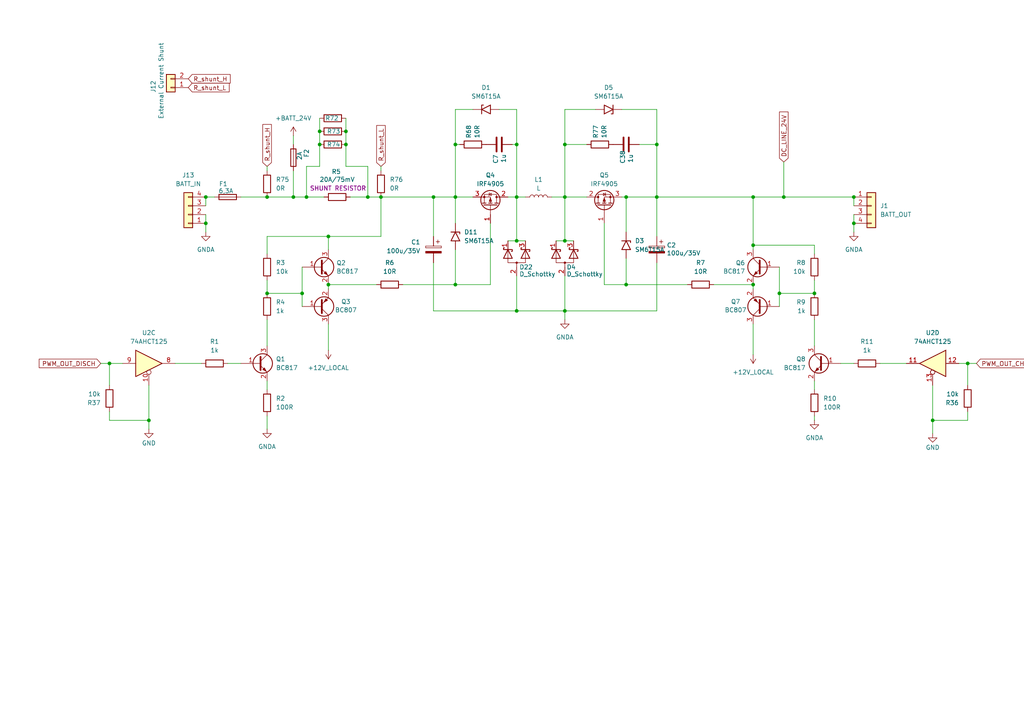
<source format=kicad_sch>
(kicad_sch (version 20231120) (generator "eeschema") (generator_version "8.0")
  (paper "A4")
  (lib_symbols
    (symbol "74xx:74AHCT125" (pin_names (offset 1.016))
      (property "Reference" "U" (at 0 1.27 0))
      (property "Value" "74AHCT125" (at 0 -1.27 0))
      (symbol "74AHCT125_1_0"
        (polyline (pts (xy -3.81 3.81) (xy -3.81 -3.81) (xy 3.81 0) (xy -3.81 3.81)) (stroke (width 0.254)) (fill (type background)))
        (pin input inverted (at 0 -6.35 90) (length 4.445) (name "~") (number "1"))
        (pin input line (at -7.62 0 0) (length 3.81) (name "~") (number "2"))
        (pin tri_state line (at 7.62 0 180) (length 3.81) (name "~") (number "3"))
      )
      (symbol "74AHCT125_2_0"
        (polyline (pts (xy -3.81 3.81) (xy -3.81 -3.81) (xy 3.81 0) (xy -3.81 3.81)) (stroke (width 0.254)) (fill (type background)))
        (pin input inverted (at 0 -6.35 90) (length 4.445) (name "~") (number "4"))
        (pin input line (at -7.62 0 0) (length 3.81) (name "~") (number "5"))
        (pin tri_state line (at 7.62 0 180) (length 3.81) (name "~") (number "6"))
      )
      (symbol "74AHCT125_3_0"
        (polyline (pts (xy -3.81 3.81) (xy -3.81 -3.81) (xy 3.81 0) (xy -3.81 3.81)) (stroke (width 0.254)) (fill (type background)))
        (pin input inverted (at 0 -6.35 90) (length 4.445) (name "~") (number "10"))
        (pin tri_state line (at 7.62 0 180) (length 3.81) (name "~") (number "8"))
        (pin input line (at -7.62 0 0) (length 3.81) (name "~") (number "9"))
      )
      (symbol "74AHCT125_4_0"
        (polyline (pts (xy -3.81 3.81) (xy -3.81 -3.81) (xy 3.81 0) (xy -3.81 3.81)) (stroke (width 0.254)) (fill (type background)))
        (pin tri_state line (at 7.62 0 180) (length 3.81) (name "~") (number "11"))
        (pin input line (at -7.62 0 0) (length 3.81) (name "~") (number "12"))
        (pin input inverted (at 0 -6.35 90) (length 4.445) (name "~") (number "13"))
      )
      (symbol "74AHCT125_5_0"
        (pin power_in line (at 0 12.7 270) (length 5.08) (name "VCC") (number "14"))
        (pin power_in line (at 0 -12.7 90) (length 5.08) (name "GND") (number "7"))
      )
      (symbol "74AHCT125_5_1"
        (rectangle (start -5.08 7.62) (end 5.08 -7.62) (stroke (width 0.254)) (fill (type background)))
      )
    )
    (symbol "Connector_Generic:Conn_01x02" (pin_names (offset 1.016) hide)
      (property "Reference" "J" (at 0 2.54 0))
      (property "Value" "Conn_01x02" (at 0 -5.08 0))
      (symbol "Conn_01x02_1_1"
        (rectangle (start -1.27 -2.413) (end 0 -2.667) (stroke (width 0.1524)))
        (rectangle (start -1.27 0.127) (end 0 -0.127) (stroke (width 0.1524)))
        (rectangle (start -1.27 1.27) (end 1.27 -3.81) (stroke (width 0.254)) (fill (type background)))
        (pin passive line (at -5.08 0 0) (length 3.81) (name "Pin_1") (number "1"))
        (pin passive line (at -5.08 -2.54 0) (length 3.81) (name "Pin_2") (number "2"))
      )
    )
    (symbol "Connector_Generic:Conn_01x04" (pin_names (offset 1.016) hide)
      (property "Reference" "J" (at 0 5.08 0))
      (property "Value" "Conn_01x04" (at 0 -7.62 0))
      (symbol "Conn_01x04_1_1"
        (rectangle (start -1.27 -4.953) (end 0 -5.207) (stroke (width 0.1524)))
        (rectangle (start -1.27 -2.413) (end 0 -2.667) (stroke (width 0.1524)))
        (rectangle (start -1.27 0.127) (end 0 -0.127) (stroke (width 0.1524)))
        (rectangle (start -1.27 2.667) (end 0 2.413) (stroke (width 0.1524)))
        (rectangle (start -1.27 3.81) (end 1.27 -6.35) (stroke (width 0.254)) (fill (type background)))
        (pin passive line (at -5.08 2.54 0) (length 3.81) (name "Pin_1") (number "1"))
        (pin passive line (at -5.08 0 0) (length 3.81) (name "Pin_2") (number "2"))
        (pin passive line (at -5.08 -2.54 0) (length 3.81) (name "Pin_3") (number "3"))
        (pin passive line (at -5.08 -5.08 0) (length 3.81) (name "Pin_4") (number "4"))
      )
    )
    (symbol "Device:C" (pin_numbers hide) (pin_names (offset 0.254))
      (property "Reference" "C" (at 0.635 2.54 0))
      (property "Value" "C" (at 0.635 -2.54 0))
      (symbol "C_0_1"
        (polyline (pts (xy -2.032 -0.762) (xy 2.032 -0.762)) (stroke (width 0.508)))
        (polyline (pts (xy -2.032 0.762) (xy 2.032 0.762)) (stroke (width 0.508)))
      )
      (symbol "C_1_1"
        (pin passive line (at 0 3.81 270) (length 2.794) (name "~") (number "1"))
        (pin passive line (at 0 -3.81 90) (length 2.794) (name "~") (number "2"))
      )
    )
    (symbol "Device:C_Polarized" (pin_numbers hide) (pin_names (offset 0.254))
      (property "Reference" "C" (at 0.635 2.54 0))
      (property "Value" "C_Polarized" (at 0.635 -2.54 0))
      (symbol "C_Polarized_0_1"
        (rectangle (start -2.286 0.508) (end 2.286 1.016))
        (polyline (pts (xy -1.778 2.286) (xy -0.762 2.286)))
        (polyline (pts (xy -1.27 2.794) (xy -1.27 1.778)))
        (rectangle (start 2.286 -0.508) (end -2.286 -1.016) (fill (type outline)))
      )
      (symbol "C_Polarized_1_1"
        (pin passive line (at 0 3.81 270) (length 2.794) (name "~") (number "1"))
        (pin passive line (at 0 -3.81 90) (length 2.794) (name "~") (number "2"))
      )
    )
    (symbol "Device:D_Schottky_Dual_CommonAnode_KAK_Parallel" (pin_names (offset 0.762) hide)
      (property "Reference" "D" (at 0 5.08 0))
      (property "Value" "D_Schottky_Dual_CommonAnode_KAK_Parallel" (at 0 -5.08 0))
      (symbol "D_Schottky_Dual_CommonAnode_KAK_Parallel_0_1"
        (circle (center -1.27 0) (radius 0.254) (fill (type outline)))
        (polyline (pts (xy -1.27 0) (xy -2.54 0)))
        (polyline (pts (xy 2.54 2.54) (xy -1.27 2.54) (xy -1.27 -2.54) (xy 2.54 -2.54)))
        (polyline (pts (xy 0 -1.27) (xy 2.54 -2.54) (xy 0 -3.81) (xy 0 -1.27) (xy 0 -1.27) (xy 0 -1.27)) (stroke (width 0.254)))
        (polyline (pts (xy 0 3.81) (xy 2.54 2.54) (xy 0 1.27) (xy 0 3.81) (xy 0 3.81) (xy 0 3.81)) (stroke (width 0.254)))
        (polyline (pts (xy 3.048 -1.524) (xy 3.048 -1.27) (xy 2.54 -1.27) (xy 2.54 -3.81) (xy 2.032 -3.81) (xy 2.032 -3.556)) (stroke (width 0.254)))
        (polyline (pts (xy 3.048 3.556) (xy 3.048 3.81) (xy 2.54 3.81) (xy 2.54 1.27) (xy 2.032 1.27) (xy 2.032 1.524)) (stroke (width 0.254)))
        (pin passive line (at 5.08 2.54 180) (length 2.54) (name "K") (number "1"))
        (pin passive line (at -5.08 0 0) (length 2.54) (name "A") (number "2"))
        (pin passive line (at 5.08 -2.54 180) (length 2.54) (name "K") (number "3"))
      )
    )
    (symbol "Device:Fuse" (pin_numbers hide) (pin_names (offset 0))
      (property "Reference" "F" (at 2.032 0 90))
      (property "Value" "Fuse" (at -1.905 0 90))
      (symbol "Fuse_0_1"
        (rectangle (start -0.762 -2.54) (end 0.762 2.54) (stroke (width 0.254)))
        (polyline (pts (xy 0 2.54) (xy 0 -2.54)))
      )
      (symbol "Fuse_1_1"
        (pin passive line (at 0 3.81 270) (length 1.27) (name "~") (number "1"))
        (pin passive line (at 0 -3.81 90) (length 1.27) (name "~") (number "2"))
      )
    )
    (symbol "Device:L" (pin_numbers hide) (pin_names (offset 1.016) hide)
      (property "Reference" "L" (at -1.27 0 90))
      (property "Value" "L" (at 1.905 0 90))
      (symbol "L_0_1"
        (arc (start 0 -2.54) (mid 0.6323 -1.905) (end 0 -1.27))
        (arc (start 0 -1.27) (mid 0.6323 -0.635) (end 0 0))
        (arc (start 0 0) (mid 0.6323 0.635) (end 0 1.27))
        (arc (start 0 1.27) (mid 0.6323 1.905) (end 0 2.54))
      )
      (symbol "L_1_1"
        (pin passive line (at 0 3.81 270) (length 1.27) (name "1") (number "1"))
        (pin passive line (at 0 -3.81 90) (length 1.27) (name "2") (number "2"))
      )
    )
    (symbol "Device:R" (pin_numbers hide) (pin_names (offset 0))
      (property "Reference" "R" (at 2.032 0 90))
      (property "Value" "R" (at 0 0 90))
      (symbol "R_0_1"
        (rectangle (start -1.016 -2.54) (end 1.016 2.54) (stroke (width 0.254)))
      )
      (symbol "R_1_1"
        (pin passive line (at 0 3.81 270) (length 1.27) (name "~") (number "1"))
        (pin passive line (at 0 -3.81 90) (length 1.27) (name "~") (number "2"))
      )
    )
    (symbol "Diode:SM6T15A" (pin_numbers hide) (pin_names (offset 1.016) hide)
      (property "Reference" "D" (at 0 2.54 0))
      (property "Value" "SM6T15A" (at 0 -2.54 0))
      (symbol "SM6T15A_0_1"
        (polyline (pts (xy -0.762 1.27) (xy -1.27 1.27) (xy -1.27 -1.27)) (stroke (width 0.254)))
        (polyline (pts (xy 1.27 1.27) (xy 1.27 -1.27) (xy -1.27 0) (xy 1.27 1.27)) (stroke (width 0.254)))
      )
      (symbol "SM6T15A_1_1"
        (pin passive line (at -3.81 0 0) (length 2.54) (name "A1") (number "1"))
        (pin passive line (at 3.81 0 180) (length 2.54) (name "A2") (number "2"))
      )
    )
    (symbol "Transistor_BJT:BC807" (pin_names (offset 0) hide)
      (property "Reference" "Q" (at 5.08 1.905 0))
      (property "Value" "BC807" (at 5.08 0 0))
      (symbol "BC807_0_1"
        (polyline (pts (xy 0.635 0.635) (xy 2.54 2.54)))
        (polyline (pts (xy 0.635 -0.635) (xy 2.54 -2.54) (xy 2.54 -2.54)))
        (polyline (pts (xy 0.635 1.905) (xy 0.635 -1.905) (xy 0.635 -1.905)) (stroke (width 0.508)))
        (polyline (pts (xy 2.286 -1.778) (xy 1.778 -2.286) (xy 1.27 -1.27) (xy 2.286 -1.778) (xy 2.286 -1.778)) (fill (type outline)))
        (circle (center 1.27 0) (radius 2.8194) (stroke (width 0.254)))
      )
      (symbol "BC807_1_1"
        (pin input line (at -5.08 0 0) (length 5.715) (name "B") (number "1"))
        (pin passive line (at 2.54 -5.08 90) (length 2.54) (name "E") (number "2"))
        (pin passive line (at 2.54 5.08 270) (length 2.54) (name "C") (number "3"))
      )
    )
    (symbol "Transistor_BJT:BC817" (pin_names (offset 0) hide)
      (property "Reference" "Q" (at 5.08 1.905 0))
      (property "Value" "BC817" (at 5.08 0 0))
      (symbol "BC817_0_1"
        (polyline (pts (xy 0.635 0.635) (xy 2.54 2.54)))
        (polyline (pts (xy 0.635 -0.635) (xy 2.54 -2.54) (xy 2.54 -2.54)))
        (polyline (pts (xy 0.635 1.905) (xy 0.635 -1.905) (xy 0.635 -1.905)) (stroke (width 0.508)))
        (polyline (pts (xy 1.27 -1.778) (xy 1.778 -1.27) (xy 2.286 -2.286) (xy 1.27 -1.778) (xy 1.27 -1.778)) (fill (type outline)))
        (circle (center 1.27 0) (radius 2.8194) (stroke (width 0.254)))
      )
      (symbol "BC817_1_1"
        (pin input line (at -5.08 0 0) (length 5.715) (name "B") (number "1"))
        (pin passive line (at 2.54 -5.08 90) (length 2.54) (name "E") (number "2"))
        (pin passive line (at 2.54 5.08 270) (length 2.54) (name "C") (number "3"))
      )
    )
    (symbol "Transistor_FET:IRF4905" (pin_names hide)
      (property "Reference" "Q" (at 5.08 1.905 0))
      (property "Value" "IRF4905" (at 5.08 0 0))
      (symbol "IRF4905_0_1"
        (polyline (pts (xy 0.254 0) (xy -2.54 0)))
        (polyline (pts (xy 0.254 1.905) (xy 0.254 -1.905)) (stroke (width 0.254)))
        (polyline (pts (xy 0.762 -1.27) (xy 0.762 -2.286)) (stroke (width 0.254)))
        (polyline (pts (xy 0.762 0.508) (xy 0.762 -0.508)) (stroke (width 0.254)))
        (polyline (pts (xy 0.762 2.286) (xy 0.762 1.27)) (stroke (width 0.254)))
        (polyline (pts (xy 2.54 2.54) (xy 2.54 1.778)))
        (polyline (pts (xy 2.54 -2.54) (xy 2.54 0) (xy 0.762 0)))
        (polyline (pts (xy 0.762 1.778) (xy 3.302 1.778) (xy 3.302 -1.778) (xy 0.762 -1.778)))
        (polyline (pts (xy 2.286 0) (xy 1.27 0.381) (xy 1.27 -0.381) (xy 2.286 0)) (fill (type outline)))
        (polyline (pts (xy 2.794 -0.508) (xy 2.921 -0.381) (xy 3.683 -0.381) (xy 3.81 -0.254)))
        (polyline (pts (xy 3.302 -0.381) (xy 2.921 0.254) (xy 3.683 0.254) (xy 3.302 -0.381)))
        (circle (center 1.651 0) (radius 2.794) (stroke (width 0.254)))
        (circle (center 2.54 -1.778) (radius 0.254) (fill (type outline)))
        (circle (center 2.54 1.778) (radius 0.254) (fill (type outline)))
      )
      (symbol "IRF4905_1_1"
        (pin input line (at -5.08 0 0) (length 2.54) (name "G") (number "1"))
        (pin passive line (at 2.54 5.08 270) (length 2.54) (name "D") (number "2"))
        (pin passive line (at 2.54 -5.08 90) (length 2.54) (name "S") (number "3"))
      )
    )
    (symbol "power:+5V" (power) (pin_numbers hide) (pin_names (offset 0) hide)
      (property "Value" "+5V" (at 0 3.556 0))
      (symbol "+5V_0_1"
        (polyline (pts (xy -0.762 1.27) (xy 0 2.54)))
        (polyline (pts (xy 0 0) (xy 0 2.54)))
        (polyline (pts (xy 0 2.54) (xy 0.762 1.27)))
      )
      (symbol "+5V_1_1"
        (pin power_in line (at 0 0 90) (length 0) (name "~") (number "1"))
      )
    )
    (symbol "power:+BATT" (power) (pin_numbers hide) (pin_names (offset 0) hide)
      (property "Value" "+BATT" (at 0 3.556 0))
      (symbol "+BATT_0_1"
        (polyline (pts (xy -0.762 1.27) (xy 0 2.54)))
        (polyline (pts (xy 0 0) (xy 0 2.54)))
        (polyline (pts (xy 0 2.54) (xy 0.762 1.27)))
      )
      (symbol "+BATT_1_1"
        (pin power_in line (at 0 0 90) (length 0) (name "~") (number "1"))
      )
    )
    (symbol "power:GND" (power) (pin_numbers hide) (pin_names (offset 0) hide)
      (property "Value" "GND" (at 0 -3.81 0))
      (symbol "GND_0_1"
        (polyline (pts (xy 0 0) (xy 0 -1.27) (xy 1.27 -1.27) (xy 0 -2.54) (xy -1.27 -1.27) (xy 0 -1.27)))
      )
      (symbol "GND_1_1"
        (pin power_in line (at 0 0 270) (length 0) (name "~") (number "1"))
      )
    )
    (symbol "power:GNDA" (power) (pin_numbers hide) (pin_names (offset 0) hide)
      (property "Value" "GNDA" (at 0 -3.81 0))
      (symbol "GNDA_0_1"
        (polyline (pts (xy 0 0) (xy 0 -1.27) (xy 1.27 -1.27) (xy 0 -2.54) (xy -1.27 -1.27) (xy 0 -1.27)))
      )
      (symbol "GNDA_1_1"
        (pin power_in line (at 0 0 270) (length 0) (name "~") (number "1"))
      )
    )
  )
  (junction (at 85.09 57.15))
  (junction (at 190.5 57.15))
  (junction (at 149.86 57.15))
  (junction (at 77.47 57.15))
  (junction (at 87.63 85.09))
  (junction (at 181.61 82.55))
  (junction (at 149.86 41.91))
  (junction (at 132.08 82.55))
  (junction (at 59.69 57.15))
  (junction (at 149.86 69.85))
  (junction (at 181.61 57.15))
  (junction (at 280.67 105.41))
  (junction (at 110.49 57.15))
  (junction (at 226.06 85.09))
  (junction (at 106.68 57.15))
  (junction (at 132.08 57.15))
  (junction (at 59.69 64.77))
  (junction (at 88.9 57.15))
  (junction (at 163.83 57.15))
  (junction (at 100.33 38.1))
  (junction (at 247.65 57.15))
  (junction (at 270.51 121.92))
  (junction (at 236.22 85.09))
  (junction (at 95.25 68.58))
  (junction (at 95.25 82.55))
  (junction (at 163.83 90.17))
  (junction (at 218.44 82.55))
  (junction (at 92.71 38.1))
  (junction (at 218.44 71.12))
  (junction (at 163.83 41.91))
  (junction (at 43.18 121.92))
  (junction (at 218.44 57.15))
  (junction (at 163.83 69.85))
  (junction (at 77.47 85.09))
  (junction (at 31.75 105.41))
  (junction (at 125.73 57.15))
  (junction (at 149.86 90.17))
  (junction (at 100.33 41.91))
  (junction (at 247.65 64.77))
  (junction (at 227.33 57.15))
  (junction (at 190.5 41.91))
  (junction (at 132.08 41.91))
  (junction (at 92.71 41.91))
  (wire (pts (xy 106.68 48.26) (xy 100.33 48.26)))
  (wire (pts (xy 106.68 57.15) (xy 106.68 48.26)))
  (wire (pts (xy 31.75 121.92) (xy 31.75 119.38)))
  (wire (pts (xy 43.18 124.46) (xy 43.18 121.92)))
  (wire (pts (xy 270.51 121.92) (xy 280.67 121.92)))
  (wire (pts (xy 227.33 46.99) (xy 227.33 57.15)))
  (wire (pts (xy 163.83 57.15) (xy 163.83 69.85)))
  (wire (pts (xy 95.25 68.58) (xy 110.49 68.58)))
  (wire (pts (xy 144.78 31.75) (xy 149.86 31.75)))
  (wire (pts (xy 77.47 85.09) (xy 87.63 85.09)))
  (wire (pts (xy 280.67 105.41) (xy 278.13 105.41)))
  (wire (pts (xy 100.33 34.29) (xy 100.33 38.1)))
  (wire (pts (xy 190.5 57.15) (xy 218.44 57.15)))
  (wire (pts (xy 125.73 90.17) (xy 149.86 90.17)))
  (wire (pts (xy 85.09 57.15) (xy 88.9 57.15)))
  (wire (pts (xy 163.83 41.91) (xy 170.18 41.91)))
  (wire (pts (xy 163.83 69.85) (xy 166.37 69.85)))
  (wire (pts (xy 247.65 62.23) (xy 247.65 64.77)))
  (wire (pts (xy 149.86 57.15) (xy 152.4 57.15)))
  (wire (pts (xy 185.42 41.91) (xy 190.5 41.91)))
  (wire (pts (xy 92.71 34.29) (xy 92.71 38.1)))
  (wire (pts (xy 87.63 77.47) (xy 87.63 85.09)))
  (wire (pts (xy 59.69 57.15) (xy 62.23 57.15)))
  (wire (pts (xy 100.33 38.1) (xy 100.33 41.91)))
  (wire (pts (xy 270.51 125.73) (xy 270.51 121.92)))
  (wire (pts (xy 149.86 31.75) (xy 149.86 41.91)))
  (wire (pts (xy 132.08 57.15) (xy 132.08 64.77)))
  (wire (pts (xy 95.25 93.98) (xy 95.25 101.6)))
  (wire (pts (xy 125.73 90.17) (xy 125.73 76.2)))
  (wire (pts (xy 280.67 119.38) (xy 280.67 121.92)))
  (wire (pts (xy 132.08 82.55) (xy 142.24 82.55)))
  (wire (pts (xy 190.5 57.15) (xy 190.5 68.58)))
  (wire (pts (xy 255.27 105.41) (xy 262.89 105.41)))
  (wire (pts (xy 149.86 57.15) (xy 149.86 69.85)))
  (wire (pts (xy 163.83 90.17) (xy 163.83 80.01)))
  (wire (pts (xy 280.67 111.76) (xy 280.67 105.41)))
  (wire (pts (xy 161.29 69.85) (xy 163.83 69.85)))
  (wire (pts (xy 218.44 57.15) (xy 227.33 57.15)))
  (wire (pts (xy 236.22 85.09) (xy 226.06 85.09)))
  (wire (pts (xy 218.44 82.55) (xy 218.44 83.82)))
  (wire (pts (xy 29.21 105.41) (xy 31.75 105.41)))
  (wire (pts (xy 163.83 92.71) (xy 163.83 90.17)))
  (wire (pts (xy 149.86 80.01) (xy 149.86 90.17)))
  (wire (pts (xy 110.49 48.26) (xy 110.49 49.53)))
  (wire (pts (xy 270.51 121.92) (xy 270.51 111.76)))
  (wire (pts (xy 88.9 57.15) (xy 88.9 48.26)))
  (wire (pts (xy 77.47 57.15) (xy 85.09 57.15)))
  (wire (pts (xy 163.83 41.91) (xy 163.83 57.15)))
  (wire (pts (xy 43.18 121.92) (xy 31.75 121.92)))
  (wire (pts (xy 77.47 81.28) (xy 77.47 85.09)))
  (wire (pts (xy 163.83 57.15) (xy 170.18 57.15)))
  (wire (pts (xy 31.75 111.76) (xy 31.75 105.41)))
  (wire (pts (xy 95.25 82.55) (xy 109.22 82.55)))
  (wire (pts (xy 110.49 57.15) (xy 125.73 57.15)))
  (wire (pts (xy 236.22 71.12) (xy 218.44 71.12)))
  (wire (pts (xy 175.26 64.77) (xy 175.26 82.55)))
  (wire (pts (xy 207.01 82.55) (xy 218.44 82.55)))
  (wire (pts (xy 77.47 110.49) (xy 77.47 113.03)))
  (wire (pts (xy 181.61 57.15) (xy 181.61 67.31)))
  (wire (pts (xy 163.83 90.17) (xy 190.5 90.17)))
  (wire (pts (xy 236.22 73.66) (xy 236.22 71.12)))
  (wire (pts (xy 69.85 57.15) (xy 77.47 57.15)))
  (wire (pts (xy 132.08 41.91) (xy 132.08 31.75)))
  (wire (pts (xy 85.09 49.53) (xy 85.09 57.15)))
  (wire (pts (xy 95.25 82.55) (xy 95.25 83.82)))
  (wire (pts (xy 149.86 69.85) (xy 152.4 69.85)))
  (wire (pts (xy 236.22 110.49) (xy 236.22 113.03)))
  (wire (pts (xy 181.61 82.55) (xy 199.39 82.55)))
  (wire (pts (xy 106.68 57.15) (xy 101.6 57.15)))
  (wire (pts (xy 77.47 120.65) (xy 77.47 124.46)))
  (wire (pts (xy 50.8 105.41) (xy 58.42 105.41)))
  (wire (pts (xy 227.33 57.15) (xy 247.65 57.15)))
  (wire (pts (xy 59.69 62.23) (xy 59.69 64.77)))
  (wire (pts (xy 163.83 41.91) (xy 163.83 31.75)))
  (wire (pts (xy 180.34 57.15) (xy 181.61 57.15)))
  (wire (pts (xy 132.08 31.75) (xy 137.16 31.75)))
  (wire (pts (xy 160.02 57.15) (xy 163.83 57.15)))
  (wire (pts (xy 226.06 77.47) (xy 226.06 85.09)))
  (wire (pts (xy 149.86 90.17) (xy 163.83 90.17)))
  (wire (pts (xy 132.08 57.15) (xy 137.16 57.15)))
  (wire (pts (xy 31.75 105.41) (xy 35.56 105.41)))
  (wire (pts (xy 110.49 57.15) (xy 106.68 57.15)))
  (wire (pts (xy 180.34 31.75) (xy 190.5 31.75)))
  (wire (pts (xy 218.44 57.15) (xy 218.44 71.12)))
  (wire (pts (xy 226.06 85.09) (xy 226.06 88.9)))
  (wire (pts (xy 247.65 57.15) (xy 247.65 59.69)))
  (wire (pts (xy 100.33 41.91) (xy 100.33 48.26)))
  (wire (pts (xy 66.04 105.41) (xy 69.85 105.41)))
  (wire (pts (xy 132.08 41.91) (xy 133.35 41.91)))
  (wire (pts (xy 181.61 74.93) (xy 181.61 82.55)))
  (wire (pts (xy 236.22 92.71) (xy 236.22 100.33)))
  (wire (pts (xy 125.73 57.15) (xy 125.73 68.58)))
  (wire (pts (xy 218.44 93.98) (xy 218.44 102.87)))
  (wire (pts (xy 243.84 105.41) (xy 247.65 105.41)))
  (wire (pts (xy 236.22 81.28) (xy 236.22 85.09)))
  (wire (pts (xy 175.26 82.55) (xy 181.61 82.55)))
  (wire (pts (xy 77.47 48.26) (xy 77.47 49.53)))
  (wire (pts (xy 132.08 41.91) (xy 132.08 57.15)))
  (wire (pts (xy 283.21 105.41) (xy 280.67 105.41)))
  (wire (pts (xy 77.47 73.66) (xy 77.47 68.58)))
  (wire (pts (xy 190.5 41.91) (xy 190.5 57.15)))
  (wire (pts (xy 95.25 68.58) (xy 95.25 72.39)))
  (wire (pts (xy 88.9 48.26) (xy 92.71 48.26)))
  (wire (pts (xy 148.59 41.91) (xy 149.86 41.91)))
  (wire (pts (xy 88.9 57.15) (xy 93.98 57.15)))
  (wire (pts (xy 59.69 64.77) (xy 59.69 67.31)))
  (wire (pts (xy 163.83 31.75) (xy 172.72 31.75)))
  (wire (pts (xy 77.47 68.58) (xy 95.25 68.58)))
  (wire (pts (xy 181.61 57.15) (xy 190.5 57.15)))
  (wire (pts (xy 218.44 71.12) (xy 218.44 72.39)))
  (wire (pts (xy 43.18 121.92) (xy 43.18 111.76)))
  (wire (pts (xy 59.69 57.15) (xy 59.69 59.69)))
  (wire (pts (xy 77.47 92.71) (xy 77.47 100.33)))
  (wire (pts (xy 147.32 69.85) (xy 149.86 69.85)))
  (wire (pts (xy 116.84 82.55) (xy 132.08 82.55)))
  (wire (pts (xy 247.65 64.77) (xy 247.65 67.31)))
  (wire (pts (xy 87.63 85.09) (xy 87.63 88.9)))
  (wire (pts (xy 125.73 57.15) (xy 132.08 57.15)))
  (wire (pts (xy 110.49 68.58) (xy 110.49 57.15)))
  (wire (pts (xy 149.86 41.91) (xy 149.86 57.15)))
  (wire (pts (xy 190.5 90.17) (xy 190.5 76.2)))
  (wire (pts (xy 85.09 39.37) (xy 85.09 41.91)))
  (wire (pts (xy 190.5 31.75) (xy 190.5 41.91)))
  (wire (pts (xy 92.71 41.91) (xy 92.71 48.26)))
  (wire (pts (xy 92.71 38.1) (xy 92.71 41.91)))
  (wire (pts (xy 236.22 120.65) (xy 236.22 121.92)))
  (wire (pts (xy 142.24 64.77) (xy 142.24 82.55)))
  (wire (pts (xy 147.32 57.15) (xy 149.86 57.15)))
  (wire (pts (xy 132.08 72.39) (xy 132.08 82.55)))
  (global_label "R_shunt_L" (shape input) (at 54.61 25.4 0) (property "Intersheetrefs" "${INTERSHEET_REFS}" (effects (hide yes))))
  (global_label "PWM_OUT_CHRG" (shape input) (at 283.21 105.41 0) (property "Intersheetrefs" "${INTERSHEET_REFS}" (effects (hide yes))))
  (global_label "R_shunt_H" (shape input) (at 77.47 48.26 90) (property "Intersheetrefs" "${INTERSHEET_REFS}" (effects (hide yes))))
  (global_label "DC_LINE_24V" (shape input) (at 227.33 46.99 90) (property "Intersheetrefs" "${INTERSHEET_REFS}" (effects (hide yes))))
  (global_label "R_shunt_H" (shape input) (at 54.61 22.86 0) (property "Intersheetrefs" "${INTERSHEET_REFS}" (effects (hide yes))))
  (global_label "PWM_OUT_DISCH" (shape input) (at 29.21 105.41 180) (property "Intersheetrefs" "${INTERSHEET_REFS}" (effects (hide yes))))
  (global_label "R_shunt_L" (shape input) (at 110.49 48.26 90) (property "Intersheetrefs" "${INTERSHEET_REFS}" (effects (hide yes))))
  (symbol (lib_id "Device:R") (at 31.75 115.57 0) (unit 1)
    (property "Reference" "R37" (at 29.21 116.8401 0) (effects (justify right)))
    (property "Value" "10k" (at 29.21 114.3001 0) (effects (justify right)))
    (property "Footprint" "Resistor_SMD:R_0805_2012Metric" (effects (hide yes)))
    (property "Description" "Resistor" (effects (hide yes)))
  )
  (symbol (lib_id "power:GND") (at 270.51 125.73 0) (unit 1)
    (property "Reference" "#PWR091" (effects (hide yes)))
    (property "Value" "GND" (at 270.51 129.794 0))
    (property "Description" "Power symbol creates a global label with name \"GND\" , ground" (effects (hide yes)))
  )
  (symbol (lib_id "Device:L") (at 156.21 57.15 90) (unit 1)
    (property "Reference" "L1" (at 156.21 52.07 90))
    (property "Value" "L" (at 156.21 54.61 90))
    (property "Footprint" "My-Footprints:Inductor_Toroidal" (effects (hide yes)))
    (property "Description" "Inductor" (effects (hide yes)))
  )
  (symbol (lib_id "Device:R") (at 203.2 82.55 270) (mirror x) (unit 1)
    (property "Reference" "R7" (at 203.2 76.2 90))
    (property "Value" "10R" (at 203.2 78.74 90))
    (property "Footprint" "Resistor_SMD:R_0805_2012Metric" (effects (hide yes)))
    (property "Description" "Resistor" (effects (hide yes)))
  )
  (symbol (lib_id "Transistor_FET:IRF4905") (at 142.24 59.69 270) (mirror x) (unit 1)
    (property "Reference" "Q4" (at 142.24 50.8 90))
    (property "Value" "IRF4905" (at 142.24 53.34 90))
    (property "Footprint" "My-Footprints:TO-220-3_V_Thick_Pads" (effects (hide yes)))
    (property "Datasheet" "http://www.infineon.com/dgdl/irf4905.pdf?fileId=5546d462533600a4015355e32165197c" (effects (hide yes)))
    (property "Description" "-74A Id, -55V Vds, Single P-Channel HEXFET Power MOSFET, 20mOhm Ron, TO-220AB" (effects (hide yes)))
  )
  (symbol (lib_id "Device:R") (at 173.99 41.91 90) (mirror x) (unit 1)
    (property "Reference" "R77" (at 172.7778 40.132 0) (effects (justify right)))
    (property "Value" "10R" (at 175.2021 40.132 0) (effects (justify right)))
    (property "Footprint" "Resistor_THT:R_Axial_DIN0204_L3.6mm_D1.6mm_P7.62mm_Horizontal" (effects (hide yes)))
    (property "Description" "Resistor" (effects (hide yes)))
  )
  (symbol (lib_id "power:GNDA") (at 236.22 121.92 0) (unit 1)
    (property "Reference" "#PWR06" (effects (hide yes)))
    (property "Value" "GNDA" (at 236.22 127 0))
    (property "Description" "Power symbol creates a global label with name \"GNDA\" , analog ground" (effects (hide yes)))
  )
  (symbol (lib_id "power:+BATT") (at 85.09 39.37 0) (unit 1)
    (property "Reference" "#PWR02" (effects (hide yes)))
    (property "Value" "+BATT_24V" (at 85.09 34.29 0))
    (property "Description" "Power symbol creates a global label with name \"+BATT\"" (effects (hide yes)))
  )
  (symbol (lib_id "Device:R") (at 96.52 41.91 90) (unit 1)
    (property "Reference" "R74" (at 96.774 41.91 90))
    (property "Value" "20A/75mV" (effects (hide yes)))
    (property "Footprint" "Resistor_THT:R_Axial_DIN0309_L9.0mm_D3.2mm_P20.32mm_Horizontal" (effects (hide yes)))
    (property "Description" "SHUNT RESISTOR" (effects (hide yes)))
  )
  (symbol (lib_id "74xx:74AHCT125") (at 43.18 105.41 0) (unit 3)
    (property "Reference" "U2" (at 43.18 96.52 0))
    (property "Value" "74AHCT125" (at 43.18 99.06 0))
    (property "Footprint" "Package_SO:SOIC-14_3.9x8.7mm_P1.27mm" (effects (hide yes)))
    (property "Datasheet" "https://www.ti.com/lit/ds/symlink/sn74ahct125.pdf" (effects (hide yes)))
    (property "Description" "Quadruple Bus Buffer Gates With 3-State Outputs" (effects (hide yes)))
  )
  (symbol (lib_id "Device:R") (at 77.47 88.9 180) (unit 1)
    (property "Reference" "R4" (at 80.01 87.6299 0) (effects (justify right)))
    (property "Value" "1k" (at 80.01 90.1699 0) (effects (justify right)))
    (property "Footprint" "Resistor_SMD:R_0805_2012Metric" (effects (hide yes)))
    (property "Description" "Resistor" (effects (hide yes)))
  )
  (symbol (lib_id "Device:R") (at 280.67 115.57 0) (unit 1)
    (property "Reference" "R36" (at 278.13 116.8401 0) (effects (justify right)))
    (property "Value" "10k" (at 278.13 114.3001 0) (effects (justify right)))
    (property "Footprint" "Resistor_SMD:R_0805_2012Metric" (effects (hide yes)))
    (property "Description" "Resistor" (effects (hide yes)))
  )
  (symbol (lib_id "Device:C") (at 181.61 41.91 90) (unit 1)
    (property "Reference" "C38" (at 180.594 47.498 0) (effects (justify left)))
    (property "Value" "1u" (at 182.88 47.244 0) (effects (justify left)))
    (property "Footprint" "Capacitor_THT:C_Disc_D5.0mm_W2.5mm_P2.50mm" (effects (hide yes)))
    (property "Description" "Unpolarized capacitor" (effects (hide yes)))
  )
  (symbol (lib_id "Diode:SM6T15A") (at 140.97 31.75 0) (unit 1)
    (property "Reference" "D1" (at 140.97 25.4 0))
    (property "Value" "SM6T15A" (at 140.97 27.94 0))
    (property "Footprint" "Diode_SMD:D_SMB" (effects (hide yes)))
    (property "Datasheet" "https://www.st.com/resource/en/datasheet/sm6t.pdf" (effects (hide yes)))
    (property "Description" "600W unidirectional Transil Transient Voltage Suppressor, 15Vrwm, DO-214AA" (effects (hide yes)))
  )
  (symbol (lib_id "Device:C_Polarized") (at 125.73 72.39 0) (mirror y) (unit 1)
    (property "Reference" "C1" (at 121.92 70.2309 0) (effects (justify left)))
    (property "Value" "100u/35V" (at 121.92 72.7709 0) (effects (justify left)))
    (property "Footprint" "Capacitor_THT:CP_Radial_D8.0mm_P3.50mm" (effects (hide yes)))
    (property "Description" "Polarized capacitor" (effects (hide yes)))
  )
  (symbol (lib_id "Connector_Generic:Conn_01x04") (at 252.73 59.69 0) (unit 1)
    (property "Reference" "J1" (at 255.27 59.6899 0) (effects (justify left)))
    (property "Value" "BATT_OUT" (at 255.27 62.2299 0) (effects (justify left)))
    (property "Footprint" "My-Footprints-connectors:Flat-6,3mm-connector-4P" (effects (hide yes)))
    (property "Description" "Generic connector, single row, 01x04, script generated (kicad-library-utils/schlib/autogen/connector/)" (effects (hide yes)))
  )
  (symbol (lib_id "Diode:SM6T15A") (at 132.08 68.58 270) (unit 1)
    (property "Reference" "D11" (at 134.62 67.3099 90) (effects (justify left)))
    (property "Value" "SM6T15A" (at 134.62 69.8499 90) (effects (justify left)))
    (property "Footprint" "Diode_SMD:D_SMB" (effects (hide yes)))
    (property "Datasheet" "https://www.st.com/resource/en/datasheet/sm6t.pdf" (effects (hide yes)))
    (property "Description" "600W unidirectional Transil Transient Voltage Suppressor, 15Vrwm, DO-214AA" (effects (hide yes)))
  )
  (symbol (lib_id "Device:D_Schottky_Dual_CommonAnode_KAK_Parallel") (at 163.83 74.93 90) (unit 1)
    (property "Reference" "D4" (at 164.338 77.47 90) (effects (justify right)))
    (property "Value" "D_Schottky" (at 164.338 79.502 90) (effects (justify right)))
    (property "Footprint" "My-Footprints:TO-220-3_V_Thick_Pads" (effects (hide yes)))
    (property "Description" "Dual Schottky diode, common anode on pin 1" (effects (hide yes)))
  )
  (symbol (lib_id "Device:R") (at 97.79 57.15 90) (unit 1)
    (property "Reference" "R5" (at 97.536 49.784 90))
    (property "Value" "20A/75mV" (at 97.79 52.07 90))
    (property "Footprint" "My-Footprints:Resistor-Power-5W-L22-W10" (effects (hide yes)))
    (property "Description" "SHUNT RESISTOR" (at 98.044 54.61 90))
  )
  (symbol (lib_id "power:GND") (at 43.18 124.46 0) (unit 1)
    (property "Reference" "#PWR092" (effects (hide yes)))
    (property "Value" "GND" (at 43.18 128.524 0))
    (property "Description" "Power symbol creates a global label with name \"GND\" , ground" (effects (hide yes)))
  )
  (symbol (lib_id "power:+5V") (at 218.44 102.87 180) (unit 1)
    (property "Reference" "#PWR05" (effects (hide yes)))
    (property "Value" "+12V_LOCAL" (at 218.44 107.95 0))
    (property "Description" "Power symbol creates a global label with name \"+5V\"" (effects (hide yes)))
  )
  (symbol (lib_id "Device:Fuse") (at 85.09 45.72 0) (unit 1)
    (property "Reference" "F2" (at 88.9 44.45 90))
    (property "Value" "2A" (at 86.868 45.212 90))
    (property "Footprint" "My-Footprints:Fuseholder_Clip-5x20mm_Eaton_1A5601-01_Inline_P20.80x6.76mm_D1.70mm_Horizontal" (effects (hide yes)))
    (property "Description" "Fuse" (effects (hide yes)))
  )
  (symbol (lib_id "Device:C_Polarized") (at 190.5 72.39 0) (mirror y) (unit 1)
    (property "Reference" "C2" (at 196.088 71.12 0) (effects (justify left)))
    (property "Value" "100u/35V" (at 203.2 73.406 0) (effects (justify left)))
    (property "Footprint" "Capacitor_THT:CP_Radial_D8.0mm_P3.50mm" (effects (hide yes)))
    (property "Description" "Polarized capacitor" (effects (hide yes)))
  )
  (symbol (lib_id "Device:R") (at 236.22 77.47 0) (mirror x) (unit 1)
    (property "Reference" "R8" (at 233.68 76.1999 0) (effects (justify right)))
    (property "Value" "10k" (at 233.68 78.7399 0) (effects (justify right)))
    (property "Footprint" "Resistor_SMD:R_1206_3216Metric" (effects (hide yes)))
    (property "Description" "Resistor" (effects (hide yes)))
  )
  (symbol (lib_id "Transistor_BJT:BC817") (at 92.71 77.47 0) (unit 1)
    (property "Reference" "Q2" (at 97.5614 76.2578 0) (effects (justify left)))
    (property "Value" "BC817" (at 97.5614 78.6821 0) (effects (justify left)))
    (property "Footprint" "Package_TO_SOT_SMD:SOT-23" (effects (hide yes)))
    (property "Datasheet" "https://www.onsemi.com/pub/Collateral/BC818-D.pdf" (effects (hide yes)))
    (property "Description" "0.8A Ic, 45V Vce, NPN Transistor, SOT-23" (effects (hide yes)))
  )
  (symbol (lib_id "Device:R") (at 77.47 53.34 180) (unit 1)
    (property "Reference" "R75" (at 80.01 52.0699 0) (effects (justify right)))
    (property "Value" "0R" (at 80.01 54.6099 0) (effects (justify right)))
    (property "Footprint" "Resistor_SMD:R_0805_2012Metric" (effects (hide yes)))
    (property "Description" "Resistor" (effects (hide yes)))
  )
  (symbol (lib_id "Device:Fuse") (at 66.04 57.15 90) (unit 1)
    (property "Reference" "F1" (at 64.77 53.34 90))
    (property "Value" "6,3A" (at 65.532 55.372 90))
    (property "Footprint" "My-Footprints:Fuse_Blade_ATO_directSolder" (effects (hide yes)))
    (property "Description" "Fuse" (effects (hide yes)))
  )
  (symbol (lib_id "power:GNDA") (at 247.65 67.31 0) (unit 1)
    (property "Reference" "#PWR071" (effects (hide yes)))
    (property "Value" "GNDA" (at 247.65 72.39 0))
    (property "Description" "Power symbol creates a global label with name \"GNDA\" , analog ground" (effects (hide yes)))
  )
  (symbol (lib_id "Transistor_BJT:BC817") (at 238.76 105.41 0) (mirror y) (unit 1)
    (property "Reference" "Q8" (at 233.68 104.1399 0) (effects (justify left)))
    (property "Value" "BC817" (at 233.68 106.6799 0) (effects (justify left)))
    (property "Footprint" "Package_TO_SOT_SMD:SOT-23" (effects (hide yes)))
    (property "Datasheet" "https://www.onsemi.com/pub/Collateral/BC818-D.pdf" (effects (hide yes)))
    (property "Description" "0.8A Ic, 45V Vce, NPN Transistor, SOT-23" (effects (hide yes)))
  )
  (symbol (lib_id "power:GNDA") (at 77.47 124.46 0) (unit 1)
    (property "Reference" "#PWR01" (effects (hide yes)))
    (property "Value" "GNDA" (at 77.47 129.54 0))
    (property "Description" "Power symbol creates a global label with name \"GNDA\" , analog ground" (effects (hide yes)))
  )
  (symbol (lib_id "power:GNDA") (at 59.69 67.31 0) (unit 1)
    (property "Reference" "#PWR010" (effects (hide yes)))
    (property "Value" "GNDA" (at 59.69 72.39 0))
    (property "Description" "Power symbol creates a global label with name \"GNDA\" , analog ground" (effects (hide yes)))
  )
  (symbol (lib_id "power:+5V") (at 95.25 101.6 180) (unit 1)
    (property "Reference" "#PWR03" (effects (hide yes)))
    (property "Value" "+12V_LOCAL" (at 95.25 106.68 0))
    (property "Description" "Power symbol creates a global label with name \"+5V\"" (effects (hide yes)))
  )
  (symbol (lib_id "Transistor_BJT:BC807") (at 92.71 88.9 0) (mirror x) (unit 1)
    (property "Reference" "Q3" (at 100.33 87.4917 0))
    (property "Value" "BC807" (at 100.33 89.916 0))
    (property "Footprint" "Package_TO_SOT_SMD:SOT-23" (effects (hide yes)))
    (property "Datasheet" "https://www.onsemi.com/pub/Collateral/BC808-D.pdf" (effects (hide yes)))
    (property "Description" "0.8A Ic, 45V Vce, PNP Transistor, SOT-23" (effects (hide yes)))
  )
  (symbol (lib_id "Transistor_BJT:BC817") (at 220.98 77.47 0) (mirror y) (unit 1)
    (property "Reference" "Q6" (at 216.1286 76.2578 0) (effects (justify left)))
    (property "Value" "BC817" (at 216.1286 78.6821 0) (effects (justify left)))
    (property "Footprint" "Package_TO_SOT_SMD:SOT-23" (effects (hide yes)))
    (property "Datasheet" "https://www.onsemi.com/pub/Collateral/BC818-D.pdf" (effects (hide yes)))
    (property "Description" "0.8A Ic, 45V Vce, NPN Transistor, SOT-23" (effects (hide yes)))
  )
  (symbol (lib_id "Transistor_FET:IRF4905") (at 175.26 59.69 90) (unit 1)
    (property "Reference" "Q5" (at 175.26 50.8 90))
    (property "Value" "IRF4905" (at 175.26 53.34 90))
    (property "Footprint" "My-Footprints:TO-220-3_V_Thick_Pads" (effects (hide yes)))
    (property "Datasheet" "http://www.infineon.com/dgdl/irf4905.pdf?fileId=5546d462533600a4015355e32165197c" (effects (hide yes)))
    (property "Description" "-74A Id, -55V Vds, Single P-Channel HEXFET Power MOSFET, 20mOhm Ron, TO-220AB" (effects (hide yes)))
  )
  (symbol (lib_id "Device:C") (at 144.78 41.91 90) (unit 1)
    (property "Reference" "C7" (at 143.764 47.498 0) (effects (justify left)))
    (property "Value" "1u" (at 146.05 47.244 0) (effects (justify left)))
    (property "Footprint" "Capacitor_THT:C_Disc_D5.0mm_W2.5mm_P2.50mm" (effects (hide yes)))
    (property "Description" "Unpolarized capacitor" (effects (hide yes)))
  )
  (symbol (lib_id "Transistor_BJT:BC807") (at 220.98 88.9 180) (unit 1)
    (property "Reference" "Q7" (at 213.36 87.4917 0))
    (property "Value" "BC807" (at 213.36 89.916 0))
    (property "Footprint" "Package_TO_SOT_SMD:SOT-23" (effects (hide yes)))
    (property "Datasheet" "https://www.onsemi.com/pub/Collateral/BC808-D.pdf" (effects (hide yes)))
    (property "Description" "0.8A Ic, 45V Vce, PNP Transistor, SOT-23" (effects (hide yes)))
  )
  (symbol (lib_id "Connector_Generic:Conn_01x02") (at 49.53 25.4 180) (unit 1)
    (property "Reference" "J12" (at 44.45 26.924 90) (effects (justify right)))
    (property "Value" "External Current Shunt" (at 46.736 34.544 90) (effects (justify right)))
    (property "Footprint" "Connector_Hirose:Hirose_DF63M-2P-3.96DSA_1x02_P3.96mm_Vertical" (effects (hide yes)))
    (property "Description" "Generic connector, single row, 01x02, script generated (kicad-library-utils/schlib/autogen/connector/)" (effects (hide yes)))
  )
  (symbol (lib_id "Diode:SM6T15A") (at 181.61 71.12 270) (unit 1)
    (property "Reference" "D3" (at 184.15 69.8499 90) (effects (justify left)))
    (property "Value" "SM6T15A" (at 184.15 72.3899 90) (effects (justify left)))
    (property "Footprint" "Diode_SMD:D_SMB" (effects (hide yes)))
    (property "Datasheet" "https://www.st.com/resource/en/datasheet/sm6t.pdf" (effects (hide yes)))
    (property "Description" "600W unidirectional Transil Transient Voltage Suppressor, 15Vrwm, DO-214AA" (effects (hide yes)))
  )
  (symbol (lib_id "Device:R") (at 110.49 53.34 180) (unit 1)
    (property "Reference" "R76" (at 113.03 52.0699 0) (effects (justify right)))
    (property "Value" "0R" (at 113.03 54.6099 0) (effects (justify right)))
    (property "Footprint" "Resistor_SMD:R_0805_2012Metric" (effects (hide yes)))
    (property "Description" "Resistor" (effects (hide yes)))
  )
  (symbol (lib_id "Diode:SM6T15A") (at 176.53 31.75 180) (unit 1)
    (property "Reference" "D5" (at 176.53 25.4 0))
    (property "Value" "SM6T15A" (at 176.53 27.94 0))
    (property "Footprint" "Diode_SMD:D_SMB" (effects (hide yes)))
    (property "Datasheet" "https://www.st.com/resource/en/datasheet/sm6t.pdf" (effects (hide yes)))
    (property "Description" "600W unidirectional Transil Transient Voltage Suppressor, 15Vrwm, DO-214AA" (effects (hide yes)))
  )
  (symbol (lib_id "Device:R") (at 113.03 82.55 90) (unit 1)
    (property "Reference" "R6" (at 113.03 76.2 90))
    (property "Value" "10R" (at 113.03 78.74 90))
    (property "Footprint" "Resistor_SMD:R_0805_2012Metric" (effects (hide yes)))
    (property "Description" "Resistor" (effects (hide yes)))
  )
  (symbol (lib_id "Device:R") (at 137.16 41.91 90) (mirror x) (unit 1)
    (property "Reference" "R68" (at 135.9478 40.132 0) (effects (justify right)))
    (property "Value" "10R" (at 138.3721 40.132 0) (effects (justify right)))
    (property "Footprint" "Resistor_THT:R_Axial_DIN0204_L3.6mm_D1.6mm_P7.62mm_Horizontal" (effects (hide yes)))
    (property "Description" "Resistor" (effects (hide yes)))
  )
  (symbol (lib_id "Transistor_BJT:BC817") (at 74.93 105.41 0) (unit 1)
    (property "Reference" "Q1" (at 80.01 104.1399 0) (effects (justify left)))
    (property "Value" "BC817" (at 80.01 106.6799 0) (effects (justify left)))
    (property "Footprint" "Package_TO_SOT_SMD:SOT-23" (effects (hide yes)))
    (property "Datasheet" "https://www.onsemi.com/pub/Collateral/BC818-D.pdf" (effects (hide yes)))
    (property "Description" "0.8A Ic, 45V Vce, NPN Transistor, SOT-23" (effects (hide yes)))
  )
  (symbol (lib_id "Connector_Generic:Conn_01x04") (at 54.61 62.23 180) (unit 1)
    (property "Reference" "J13" (at 54.61 50.8 0))
    (property "Value" "BATT_IN" (at 54.61 53.34 0))
    (property "Footprint" "My-Footprints-connectors:Flat-6,3mm-connector-4P" (effects (hide yes)))
    (property "Description" "Generic connector, single row, 01x04, script generated (kicad-library-utils/schlib/autogen/connector/)" (effects (hide yes)))
  )
  (symbol (lib_id "Device:R") (at 96.52 38.1 90) (unit 1)
    (property "Reference" "R73" (at 96.774 38.1 90))
    (property "Value" "20A/75mV" (effects (hide yes)))
    (property "Footprint" "Resistor_THT:R_Axial_DIN0309_L9.0mm_D3.2mm_P20.32mm_Horizontal" (effects (hide yes)))
    (property "Description" "SHUNT RESISTOR" (effects (hide yes)))
  )
  (symbol (lib_id "power:GNDA") (at 163.83 92.71 0) (unit 1)
    (property "Reference" "#PWR04" (effects (hide yes)))
    (property "Value" "GNDA" (at 163.83 97.79 0))
    (property "Description" "Power symbol creates a global label with name \"GNDA\" , analog ground" (effects (hide yes)))
  )
  (symbol (lib_id "Device:R") (at 62.23 105.41 90) (unit 1)
    (property "Reference" "R1" (at 62.23 99.06 90))
    (property "Value" "1k" (at 62.23 101.6 90))
    (property "Footprint" "Resistor_SMD:R_0805_2012Metric" (effects (hide yes)))
    (property "Description" "Resistor" (effects (hide yes)))
  )
  (symbol (lib_id "Device:R") (at 251.46 105.41 270) (mirror x) (unit 1)
    (property "Reference" "R11" (at 251.46 99.06 90))
    (property "Value" "1k" (at 251.46 101.6 90))
    (property "Footprint" "Resistor_SMD:R_0805_2012Metric" (effects (hide yes)))
    (property "Description" "Resistor" (effects (hide yes)))
  )
  (symbol (lib_id "Device:R") (at 77.47 116.84 180) (unit 1)
    (property "Reference" "R2" (at 80.01 115.5699 0) (effects (justify right)))
    (property "Value" "100R" (at 80.01 118.1099 0) (effects (justify right)))
    (property "Footprint" "Resistor_SMD:R_0805_2012Metric" (effects (hide yes)))
    (property "Description" "Resistor" (effects (hide yes)))
  )
  (symbol (lib_id "Device:R") (at 96.52 34.29 90) (unit 1)
    (property "Reference" "R72" (at 96.266 34.29 90))
    (property "Value" "20A/75mV" (effects (hide yes)))
    (property "Footprint" "Resistor_THT:R_Axial_DIN0309_L9.0mm_D3.2mm_P20.32mm_Horizontal" (effects (hide yes)))
    (property "Description" "SHUNT RESISTOR" (effects (hide yes)))
  )
  (symbol (lib_id "Device:R") (at 77.47 77.47 180) (unit 1)
    (property "Reference" "R3" (at 80.01 76.1999 0) (effects (justify right)))
    (property "Value" "10k" (at 80.01 78.7399 0) (effects (justify right)))
    (property "Footprint" "Resistor_SMD:R_1206_3216Metric" (effects (hide yes)))
    (property "Description" "Resistor" (effects (hide yes)))
  )
  (symbol (lib_id "74xx:74AHCT125") (at 270.51 105.41 0) (mirror y) (unit 4)
    (property "Reference" "U2" (at 270.51 96.52 0))
    (property "Value" "74AHCT125" (at 270.51 99.06 0))
    (property "Footprint" "Package_SO:SOIC-14_3.9x8.7mm_P1.27mm" (effects (hide yes)))
    (property "Datasheet" "https://www.ti.com/lit/ds/symlink/sn74ahct125.pdf" (effects (hide yes)))
    (property "Description" "Quadruple Bus Buffer Gates With 3-State Outputs" (effects (hide yes)))
  )
  (symbol (lib_id "Device:R") (at 236.22 88.9 0) (mirror x) (unit 1)
    (property "Reference" "R9" (at 233.68 87.6299 0) (effects (justify right)))
    (property "Value" "1k" (at 233.68 90.1699 0) (effects (justify right)))
    (property "Footprint" "Resistor_SMD:R_0805_2012Metric" (effects (hide yes)))
    (property "Description" "Resistor" (effects (hide yes)))
  )
  (symbol (lib_id "Device:D_Schottky_Dual_CommonAnode_KAK_Parallel") (at 149.86 74.93 90) (unit 1)
    (property "Reference" "D22" (at 150.622 77.47 90) (effects (justify right)))
    (property "Value" "D_Schottky" (at 150.622 79.502 90) (effects (justify right)))
    (property "Footprint" "My-Footprints:TO-220-3_V_Thick_Pads" (effects (hide yes)))
    (property "Description" "Dual Schottky diode, common anode on pin 1" (effects (hide yes)))
  )
  (symbol (lib_id "Device:R") (at 236.22 116.84 0) (mirror y) (unit 1)
    (property "Reference" "R10" (at 238.76 115.5699 0) (effects (justify right)))
    (property "Value" "100R" (at 238.76 118.1099 0) (effects (justify right)))
    (property "Footprint" "Resistor_SMD:R_0805_2012Metric" (effects (hide yes)))
    (property "Description" "Resistor" (effects (hide yes)))
  )
)
</source>
